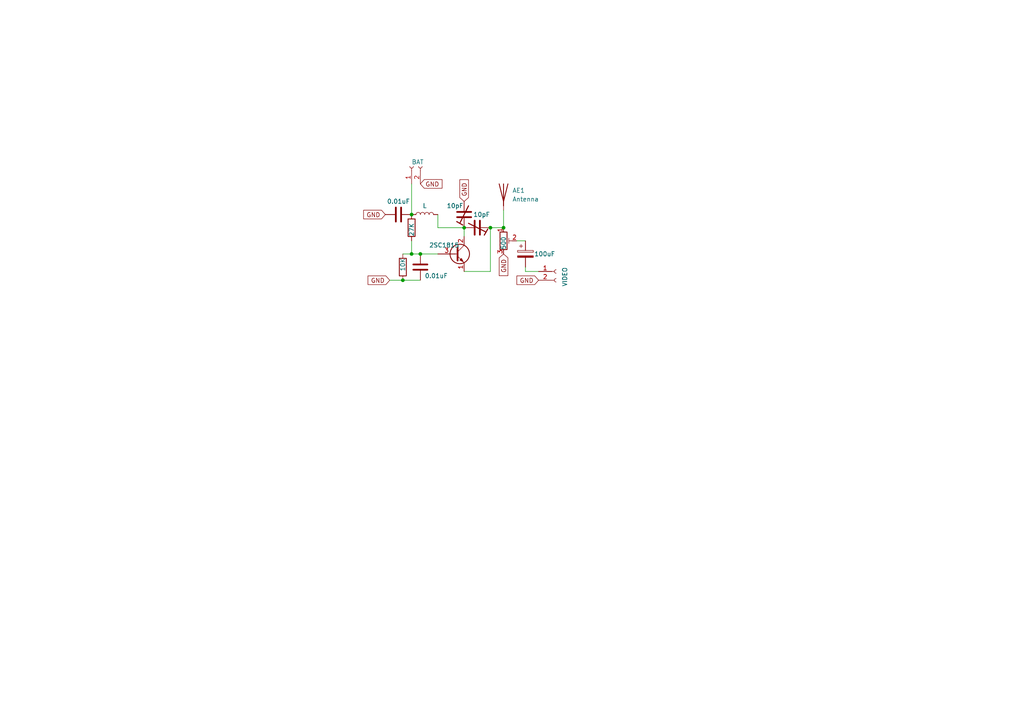
<source format=kicad_sch>
(kicad_sch (version 20211123) (generator eeschema)
  (paper "A4")
  (lib_symbols
    (symbol "Connector:Conn_01x02_Female" (pin_names (offset 1.016) hide)
      (property "Reference" "J" (at 0 2.54 0))
      (property "Value" "Conn_01x02_Female" (at 0 -5.08 0))
      (symbol "Conn_01x02_Female_1_1"
        (arc (start 0 -2.032) (mid -0.508 -2.54) (end 0 -3.048) (stroke (width 0.1524)))
        (polyline (pts (xy -1.27 -2.54) (xy -0.508 -2.54)) (stroke (width 0.1524)))
        (polyline (pts (xy -1.27 0) (xy -0.508 0)) (stroke (width 0.1524)))
        (arc (start 0 0.508) (mid -0.508 0) (end 0 -0.508) (stroke (width 0.1524)))
        (pin passive line (at -5.08 0 0) (length 3.81) (name "Pin_1") (number "1"))
        (pin passive line (at -5.08 -2.54 0) (length 3.81) (name "Pin_2") (number "2"))
      )
    )
    (symbol "Device:Antenna" (pin_numbers hide) (pin_names (offset 1.016) hide)
      (property "Reference" "AE" (at -1.905 1.905 0))
      (property "Value" "Antenna" (at -1.905 0 0))
      (symbol "Antenna_0_1"
        (polyline (pts (xy 0 2.54) (xy 0 -3.81)) (stroke (width 0.254)))
        (polyline (pts (xy 1.27 2.54) (xy 0 -2.54) (xy -1.27 2.54)) (stroke (width 0.254)))
      )
      (symbol "Antenna_1_1"
        (pin input line (at 0 -5.08 90) (length 2.54) (name "A") (number "1"))
      )
    )
    (symbol "Device:C" (pin_numbers hide) (pin_names (offset 0.254))
      (property "Reference" "C" (at 0.635 2.54 0))
      (property "Value" "C" (at 0.635 -2.54 0))
      (symbol "C_0_1"
        (polyline (pts (xy -2.032 -0.762) (xy 2.032 -0.762)) (stroke (width 0.508)))
        (polyline (pts (xy -2.032 0.762) (xy 2.032 0.762)) (stroke (width 0.508)))
      )
      (symbol "C_1_1"
        (pin passive line (at 0 3.81 270) (length 2.794) (name "~") (number "1"))
        (pin passive line (at 0 -3.81 90) (length 2.794) (name "~") (number "2"))
      )
    )
    (symbol "Device:C_Polarized" (pin_numbers hide) (pin_names (offset 0.254))
      (property "Reference" "C" (at 0.635 2.54 0))
      (property "Value" "C_Polarized" (at 0.635 -2.54 0))
      (symbol "C_Polarized_0_1"
        (rectangle (start -2.286 0.508) (end 2.286 1.016))
        (polyline (pts (xy -1.778 2.286) (xy -0.762 2.286)))
        (polyline (pts (xy -1.27 2.794) (xy -1.27 1.778)))
        (rectangle (start 2.286 -0.508) (end -2.286 -1.016) (fill (type outline)))
      )
      (symbol "C_Polarized_1_1"
        (pin passive line (at 0 3.81 270) (length 2.794) (name "~") (number "1"))
        (pin passive line (at 0 -3.81 90) (length 2.794) (name "~") (number "2"))
      )
    )
    (symbol "Device:C_Trim" (pin_numbers hide) (pin_names (offset 0.254) hide)
      (property "Reference" "C" (at 1.524 -2.032 0))
      (property "Value" "C_Trim" (at 3.048 -3.556 0))
      (symbol "C_Trim_0_1"
        (polyline (pts (xy -2.032 -0.762) (xy 2.032 -0.762)) (stroke (width 0.508)))
        (polyline (pts (xy -2.032 0.762) (xy 2.032 0.762)) (stroke (width 0.508)))
        (polyline (pts (xy 1.27 2.54) (xy -1.27 -2.54)) (stroke (width 0.3048)))
        (polyline (pts (xy 1.27 2.54) (xy 0.381 3.048)) (stroke (width 0.3048)))
        (polyline (pts (xy 1.27 2.54) (xy 2.159 2.032)) (stroke (width 0.3048)))
      )
      (symbol "C_Trim_1_1"
        (pin passive line (at 0 3.81 270) (length 3.048) (name "~") (number "1"))
        (pin passive line (at 0 -3.81 90) (length 3.048) (name "~") (number "2"))
      )
    )
    (symbol "Device:L" (pin_numbers hide) (pin_names (offset 1.016) hide)
      (property "Reference" "L" (at -1.27 0 90))
      (property "Value" "L" (at 1.905 0 90))
      (symbol "L_0_1"
        (arc (start 0 -2.54) (mid 0.635 -1.905) (end 0 -1.27))
        (arc (start 0 -1.27) (mid 0.635 -0.635) (end 0 0))
        (arc (start 0 0) (mid 0.635 0.635) (end 0 1.27))
        (arc (start 0 1.27) (mid 0.635 1.905) (end 0 2.54))
      )
      (symbol "L_1_1"
        (pin passive line (at 0 3.81 270) (length 1.27) (name "1") (number "1"))
        (pin passive line (at 0 -3.81 90) (length 1.27) (name "2") (number "2"))
      )
    )
    (symbol "Device:R" (pin_numbers hide) (pin_names (offset 0))
      (property "Reference" "R" (at 2.032 0 90))
      (property "Value" "R" (at 0 0 90))
      (symbol "R_0_1"
        (rectangle (start -1.016 -2.54) (end 1.016 2.54) (stroke (width 0.254)))
      )
      (symbol "R_1_1"
        (pin passive line (at 0 3.81 270) (length 1.27) (name "~") (number "1"))
        (pin passive line (at 0 -3.81 90) (length 1.27) (name "~") (number "2"))
      )
    )
    (symbol "Device:R_Potentiometer_Trim" (pin_names (offset 1.016) hide)
      (property "Reference" "RV" (at -4.445 0 90))
      (property "Value" "R_Potentiometer_Trim" (at -2.54 0 90))
      (symbol "R_Potentiometer_Trim_0_1"
        (polyline (pts (xy 1.524 0.762) (xy 1.524 -0.762)))
        (polyline (pts (xy 2.54 0) (xy 1.524 0)))
        (rectangle (start 1.016 2.54) (end -1.016 -2.54) (stroke (width 0.254)))
      )
      (symbol "R_Potentiometer_Trim_1_1"
        (pin passive line (at 0 3.81 270) (length 1.27) (name "1") (number "1"))
        (pin passive line (at 3.81 0 180) (length 1.27) (name "2") (number "2"))
        (pin passive line (at 0 -3.81 90) (length 1.27) (name "3") (number "3"))
      )
    )
    (symbol "Transistor_BJT:2SC1815" (pin_names (offset 0) hide)
      (property "Reference" "Q" (at 5.08 1.905 0))
      (property "Value" "2SC1815" (at 5.08 0 0))
      (symbol "2SC1815_0_1"
        (polyline (pts (xy 0 0) (xy 0.508 0)))
        (polyline (pts (xy 0.635 0.635) (xy 2.54 2.54)))
        (polyline (pts (xy 0.635 -0.635) (xy 2.54 -2.54) (xy 2.54 -2.54)))
        (polyline (pts (xy 0.635 1.905) (xy 0.635 -1.905) (xy 0.635 -1.905)) (stroke (width 0.508)))
        (polyline (pts (xy 1.27 -1.778) (xy 1.778 -1.27) (xy 2.286 -2.286) (xy 1.27 -1.778) (xy 1.27 -1.778)) (fill (type outline)))
        (circle (center 1.27 0) (radius 2.8194) (stroke (width 0.254)))
      )
      (symbol "2SC1815_1_1"
        (pin passive line (at 2.54 -5.08 90) (length 2.54) (name "E") (number "1"))
        (pin passive line (at 2.54 5.08 270) (length 2.54) (name "C") (number "2"))
        (pin input line (at -5.08 0 0) (length 5.08) (name "B") (number "3"))
      )
    )
  )
  (junction (at 119.38 73.66))
  (junction (at 119.38 62.23))
  (junction (at 116.84 81.28))
  (junction (at 142.24 66.04))
  (junction (at 146.05 66.04))
  (junction (at 134.62 66.04))
  (junction (at 121.92 73.66))
  (wire (pts (xy 127 66.04) (xy 134.62 66.04)))
  (wire (pts (xy 152.4 78.74) (xy 152.4 77.47)))
  (wire (pts (xy 119.38 73.66) (xy 121.92 73.66)))
  (wire (pts (xy 121.92 73.66) (xy 127 73.66)))
  (wire (pts (xy 142.24 66.04) (xy 142.24 78.74)))
  (wire (pts (xy 156.21 78.74) (xy 152.4 78.74)))
  (wire (pts (xy 116.84 81.28) (xy 121.92 81.28)))
  (wire (pts (xy 119.38 53.34) (xy 119.38 62.23)))
  (wire (pts (xy 119.38 69.85) (xy 119.38 73.66)))
  (wire (pts (xy 142.24 66.04) (xy 146.05 66.04)))
  (wire (pts (xy 127 62.23) (xy 127 66.04)))
  (wire (pts (xy 116.84 73.66) (xy 119.38 73.66)))
  (wire (pts (xy 134.62 78.74) (xy 142.24 78.74)))
  (wire (pts (xy 113.03 81.28) (xy 116.84 81.28)))
  (wire (pts (xy 152.4 69.85) (xy 149.86 69.85)))
  (wire (pts (xy 134.62 66.04) (xy 134.62 68.58)))
  (wire (pts (xy 146.05 60.96) (xy 146.05 66.04)))
  (global_label "GND" (shape input) (at 121.92 53.34 0) (property "Intersheet References" "${INTERSHEET_REFS}" (effects hide)))
  (global_label "GND" (shape input) (at 156.21 81.28 180) (property "Intersheet References" "${INTERSHEET_REFS}" (effects hide)))
  (global_label "GND" (shape input) (at 113.03 81.28 180) (property "Intersheet References" "${INTERSHEET_REFS}" (effects hide)))
  (global_label "GND" (shape input) (at 134.62 58.42 90) (property "Intersheet References" "${INTERSHEET_REFS}" (effects hide)))
  (global_label "GND" (shape input) (at 111.76 62.23 180) (property "Intersheet References" "${INTERSHEET_REFS}" (effects hide)))
  (global_label "GND" (shape input) (at 146.05 73.66 270) (property "Intersheet References" "${INTERSHEET_REFS}" (effects hide)))
  (symbol (lib_id "Connector:Conn_01x02_Female") (at 161.29 78.74 0) (unit 1)
    (property "Reference" "J2" (effects hide))
    (property "Value" "VIDEO" (at 163.83 77.47 90) (effects (justify right)))
    (property "Footprint" "Connector_PinHeader_2.54mm:PinHeader_1x02_P2.54mm_Vertical" (effects hide))
  )
  (symbol (lib_id "Device:C_Trim") (at 134.62 62.23 180) (unit 1)
    (property "Reference" "C3" (effects hide))
    (property "Value" "10pF" (at 129.54 59.69 0) (effects (justify right)))
    (property "Footprint" "Capacitor_THT:C_Disc_D4.3mm_W1.9mm_P5.00mm" (effects hide))
  )
  (symbol (lib_id "Device:C") (at 115.57 62.23 90) (unit 1)
    (property "Reference" "C1" (effects hide))
    (property "Value" "0.01uF" (at 115.57 58.42 90))
    (property "Footprint" "Capacitor_THT:C_Disc_D4.3mm_W1.9mm_P5.00mm" (effects hide))
  )
  (symbol (lib_id "Device:C") (at 121.92 77.47 180) (unit 1)
    (property "Reference" "C2" (effects hide))
    (property "Value" "0.01uF" (at 123.19 80.01 0) (effects (justify right)))
    (property "Footprint" "Capacitor_THT:C_Disc_D4.3mm_W1.9mm_P5.00mm" (effects hide))
  )
  (symbol (lib_id "Device:R_Potentiometer_Trim") (at 146.05 69.85 0) (unit 1)
    (property "Reference" "RV1" (effects hide))
    (property "Value" "500" (at 146.05 68.58 90) (effects (justify right)))
    (property "Footprint" "Potentiometer_THT:Potentiometer_Bourns_3266Y_Vertical" (effects hide))
  )
  (symbol (lib_id "Device:C_Polarized") (at 152.4 73.66 0) (unit 1)
    (property "Reference" "C5" (effects hide))
    (property "Value" "100uF" (at 154.94 73.66 0) (effects (justify left)))
    (property "Footprint" "Capacitor_THT:CP_Radial_D5.0mm_P2.50mm" (effects hide))
  )
  (symbol (lib_id "Transistor_BJT:2SC1815") (at 132.08 73.66 0) (unit 1)
    (property "Reference" "Q1" (effects hide))
    (property "Value" "2SC1815" (at 124.46 71.12 0) (effects (justify left)))
    (property "Footprint" "Package_TO_SOT_THT:TO-92_Inline" (effects hide))
    (property "Datasheet" "https://media.digikey.com/pdf/Data%20Sheets/Toshiba%20PDFs/2SC1815.pdf" (effects hide))
  )
  (symbol (lib_id "Device:R") (at 119.38 66.04 180) (unit 1)
    (property "Reference" "R2" (effects hide))
    (property "Value" "27K" (at 119.38 68.58 90) (effects (justify right)))
    (property "Footprint" "Resistor_THT:R_Axial_DIN0204_L3.6mm_D1.6mm_P5.08mm_Horizontal" (effects hide))
  )
  (symbol (lib_id "Connector:Conn_01x02_Female") (at 119.38 48.26 90) (unit 1)
    (property "Reference" "J1" (effects hide))
    (property "Value" "BAT" (at 119.38 46.99 90) (effects (justify right)))
    (property "Footprint" "Connector_PinHeader_2.54mm:PinHeader_1x02_P2.54mm_Vertical" (effects hide))
  )
  (symbol (lib_id "Device:R") (at 116.84 77.47 180) (unit 1)
    (property "Reference" "R1" (effects hide))
    (property "Value" "10K" (at 116.84 78.74 90) (effects (justify right)))
    (property "Footprint" "Resistor_THT:R_Axial_DIN0204_L3.6mm_D1.6mm_P5.08mm_Horizontal" (effects hide))
  )
  (symbol (lib_id "Device:L") (at 123.19 62.23 90) (unit 1)
    (property "Reference" "L1" (effects hide))
    (property "Value" "L" (at 123.19 59.69 90))
    (property "Footprint" "Inductor_THT:L_Axial_L5.3mm_D2.2mm_P7.62mm_Horizontal_Vishay_IM-1" (effects hide))
  )
  (symbol (lib_id "Device:C_Trim") (at 138.43 66.04 270) (unit 1)
    (property "Reference" "C4" (effects hide))
    (property "Value" "10pF" (at 139.7 62.23 90))
    (property "Footprint" "Capacitor_THT:C_Disc_D4.3mm_W1.9mm_P5.00mm" (effects hide))
  )
  (symbol (lib_id "Device:Antenna") (at 146.05 55.88 0) (unit 1)
    (property "Reference" "AE1" (at 148.59 55.2449 0) (effects (justify left)))
    (property "Value" "Antenna" (at 148.59 57.7849 0) (effects (justify left)))
    (property "Footprint" "TestPoint:TestPoint_Pad_4.0x4.0mm" (effects hide))
  )
)
</source>
